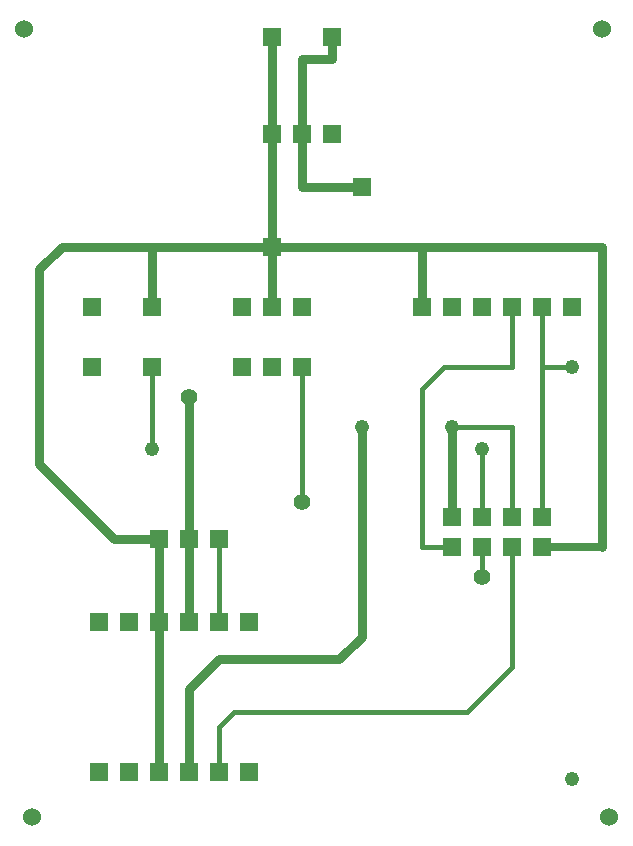
<source format=gbr>
G04 DesignSpark PCB Gerber Version 10.0 Build 5299*
G04 #@! TF.Part,Single*
G04 #@! TF.FileFunction,Copper,L2,Bot*
G04 #@! TF.FilePolarity,Positive*
%FSLAX35Y35*%
%MOIN*%
G04 #@! TA.AperFunction,WasherPad*
%ADD14R,0.06000X0.06000*%
G04 #@! TD.AperFunction*
%ADD10C,0.01500*%
%ADD29C,0.02500*%
%ADD25C,0.03000*%
G04 #@! TA.AperFunction,ViaPad*
%ADD11C,0.04800*%
%ADD12C,0.05600*%
%ADD26C,0.06000*%
G04 #@! TD.AperFunction*
X0Y0D02*
D02*
D10*
X50600Y130600D02*
Y158100D01*
X73100Y23100D02*
Y38100D01*
X78100Y43100D01*
X155600D01*
X170600Y58100D01*
Y98100D01*
X73100Y100600D02*
Y73100D01*
X100600Y113100D02*
Y158100D01*
X160600Y98100D02*
Y88100D01*
Y108100D02*
Y130600D01*
X170600Y108100D02*
Y138100D01*
X150600D01*
X170600Y178100D02*
Y158100D01*
X148100D01*
X140600Y150600D01*
Y98100D01*
X150600D01*
X180600Y158100D02*
Y108100D01*
Y178100D02*
Y158100D01*
X190600D02*
X180600D01*
D02*
D11*
X50600Y130600D03*
X120600Y138100D03*
X150600D03*
X160600Y130600D03*
X190600Y20600D03*
Y158100D03*
D02*
D12*
X63100Y148100D03*
X100600Y113100D03*
X160600Y88100D03*
D02*
D14*
X30600Y158100D03*
Y178100D03*
X33100Y23100D03*
Y73100D03*
X43100Y23100D03*
Y73100D03*
X50600Y158100D03*
Y178100D03*
X53100Y23100D03*
Y73100D03*
Y100600D03*
X63100Y23100D03*
Y73100D03*
Y100600D03*
X73100Y23100D03*
Y73100D03*
Y100600D03*
X80600Y158100D03*
Y178100D03*
X83100Y23100D03*
Y73100D03*
X90600Y158100D03*
Y178100D03*
Y198100D03*
Y235600D03*
Y268100D03*
X100600Y158100D03*
Y178100D03*
Y235600D03*
X110600D03*
Y268100D03*
X120600Y218100D03*
X140600Y178100D03*
X150600Y98100D03*
Y108100D03*
Y178100D03*
X160600Y98100D03*
Y108100D03*
Y178100D03*
X170600Y98100D03*
Y108100D03*
Y178100D03*
X180600Y98100D03*
Y108100D03*
Y178100D03*
X190600D03*
D02*
D25*
X50600D02*
Y198100D01*
X20600D01*
X13100Y190600D01*
Y125600D01*
X38100Y100600D01*
X53100D01*
X50600Y198100D02*
X90600D01*
X53100Y73100D02*
Y23100D01*
Y100600D02*
Y73100D01*
X63100Y100600D02*
Y73100D01*
Y148100D02*
Y100600D01*
X90600Y178100D02*
Y198100D01*
X50600D01*
X90600Y235600D02*
Y198100D01*
Y268100D02*
Y235600D01*
X100600D02*
Y218100D01*
X120600D01*
X110600Y268100D02*
Y260600D01*
X100600D01*
Y235600D01*
X120600Y138100D02*
Y68100D01*
X113100Y60600D01*
X73100D01*
X63100Y50600D01*
Y23100D01*
X140600Y178100D02*
Y198100D01*
X143100D01*
X90600D01*
X150600Y138100D02*
Y108100D01*
X200600Y98100D02*
Y198100D01*
X143100D01*
D02*
D26*
X8100Y270600D03*
X10600Y8100D03*
X200600Y270600D03*
X203100Y8100D03*
D02*
D29*
X180600Y98100D02*
X200600D01*
X0Y0D02*
M02*

</source>
